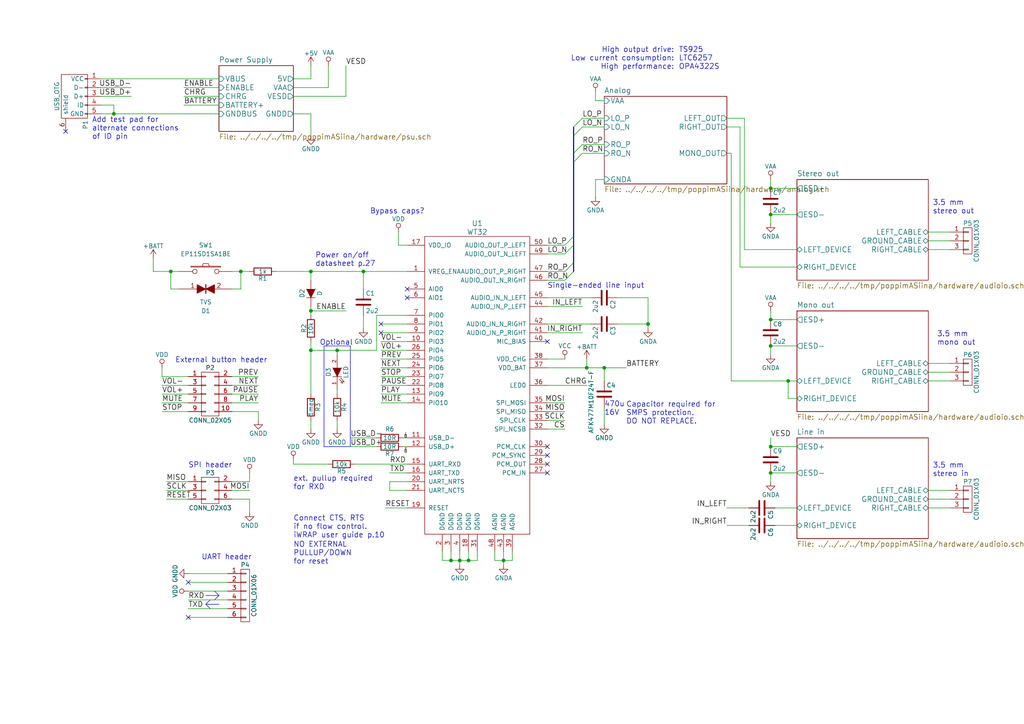
<source format=kicad_sch>
(kicad_sch (version 20230121) (generator eeschema)
  (paper "A4")
  (title_block (title "poppimASiina block diagram") (date "2016-05-21") (rev "aa390d9") (company "Aivan Sama / Säätökerho") (comment 1 "http://tinyurl.com/saatomieliset") (comment 4 "ojousima / otso@ojousima.net"))
  (lib_symbols
    (symbol "musamasiina-rescue:+5V" (power) (pin_names (offset 0))
      (property "Value" "+5V" (at 0 3.556 0))
      (symbol "+5V_0_1"
        (polyline (pts (xy -0.762 1.27) (xy 0 2.54)))
        (polyline (pts (xy 0 0) (xy 0 2.54)))
        (polyline (pts (xy 0 2.54) (xy 0.762 1.27)))
      )
      (symbol "+5V_1_1"
        (pin power_in line (at 0 0 90) (length 0) hide (name "+5V") (number "1"))
      )
    )
    (symbol "musamasiina-rescue:+BATT" (power) (pin_names (offset 0))
      (property "Value" "+BATT" (at 0 3.556 0))
      (symbol "+BATT_0_1"
        (polyline (pts (xy -0.762 1.27) (xy 0 2.54)))
        (polyline (pts (xy 0 0) (xy 0 2.54)))
        (polyline (pts (xy 0 2.54) (xy 0.762 1.27)))
      )
      (symbol "+BATT_1_1"
        (pin power_in line (at 0 0 90) (length 0) hide (name "+BATT") (number "1"))
      )
    )
    (symbol "musamasiina-rescue:C" (pin_numbers hide) (pin_names (offset 0.254))
      (property "Reference" "C" (at 0.635 2.54 0))
      (property "Value" "C" (at 0.635 -2.54 0))
      (symbol "C_0_1"
        (polyline (pts (xy -2.032 -0.762) (xy 2.032 -0.762)) (stroke (width 0.508)))
        (polyline (pts (xy -2.032 0.762) (xy 2.032 0.762)) (stroke (width 0.508)))
      )
      (symbol "C_1_1"
        (pin passive line (at 0 3.81 270) (length 2.794) (name "~") (number "1"))
        (pin passive line (at 0 -3.81 90) (length 2.794) (name "~") (number "2"))
      )
    )
    (symbol "musamasiina-rescue:CONN_01X03" (pin_names (offset 1.016) hide)
      (property "Reference" "P" (at 0 5.08 0))
      (property "Value" "CONN_01X03" (at 2.54 0 90))
      (symbol "CONN_01X03_0_1"
        (rectangle (start -1.27 -2.413) (end 0.254 -2.667))
        (rectangle (start -1.27 0.127) (end 0.254 -0.127))
        (rectangle (start -1.27 2.667) (end 0.254 2.413))
        (rectangle (start -1.27 3.81) (end 1.27 -3.81))
      )
      (symbol "CONN_01X03_1_1"
        (pin passive line (at -5.08 2.54 0) (length 3.81) (name "P1") (number "1"))
        (pin passive line (at -5.08 0 0) (length 3.81) (name "P2") (number "2"))
        (pin passive line (at -5.08 -2.54 0) (length 3.81) (name "P3") (number "3"))
      )
    )
    (symbol "musamasiina-rescue:CONN_01X06" (pin_names (offset 1.016) hide)
      (property "Reference" "P" (at 0 8.89 0))
      (property "Value" "CONN_01X06" (at 2.54 0 90))
      (symbol "CONN_01X06_0_1"
        (rectangle (start -1.27 -6.223) (end 0.254 -6.477))
        (rectangle (start -1.27 -3.683) (end 0.254 -3.937))
        (rectangle (start -1.27 -1.143) (end 0.254 -1.397))
        (rectangle (start -1.27 1.397) (end 0.254 1.143))
        (rectangle (start -1.27 3.937) (end 0.254 3.683))
        (rectangle (start -1.27 6.477) (end 0.254 6.223))
        (rectangle (start -1.27 7.62) (end 1.27 -7.62))
      )
      (symbol "CONN_01X06_1_1"
        (pin passive line (at -5.08 6.35 0) (length 3.81) (name "P1") (number "1"))
        (pin passive line (at -5.08 3.81 0) (length 3.81) (name "P2") (number "2"))
        (pin passive line (at -5.08 1.27 0) (length 3.81) (name "P3") (number "3"))
        (pin passive line (at -5.08 -1.27 0) (length 3.81) (name "P4") (number "4"))
        (pin passive line (at -5.08 -3.81 0) (length 3.81) (name "P5") (number "5"))
        (pin passive line (at -5.08 -6.35 0) (length 3.81) (name "P6") (number "6"))
      )
    )
    (symbol "musamasiina-rescue:CONN_02X03" (pin_names (offset 0.0254) hide)
      (property "Reference" "P" (at 0 5.08 0))
      (property "Value" "CONN_02X03" (at 0 -5.08 0))
      (symbol "CONN_02X03_0_1"
        (rectangle (start -2.54 -2.413) (end -1.27 -2.667))
        (rectangle (start -2.54 0.127) (end -1.27 -0.127))
        (rectangle (start -2.54 2.667) (end -1.27 2.413))
        (rectangle (start -2.54 3.81) (end 2.54 -3.81))
        (rectangle (start 1.27 -2.413) (end 2.54 -2.667))
        (rectangle (start 1.27 0.127) (end 2.54 -0.127))
        (rectangle (start 1.27 2.667) (end 2.54 2.413))
      )
      (symbol "CONN_02X03_1_1"
        (pin passive line (at -6.35 2.54 0) (length 3.81) (name "P1") (number "1"))
        (pin passive line (at 6.35 2.54 180) (length 3.81) (name "P2") (number "2"))
        (pin passive line (at -6.35 0 0) (length 3.81) (name "P3") (number "3"))
        (pin passive line (at 6.35 0 180) (length 3.81) (name "P4") (number "4"))
        (pin passive line (at -6.35 -2.54 0) (length 3.81) (name "P5") (number "5"))
        (pin passive line (at 6.35 -2.54 180) (length 3.81) (name "P6") (number "6"))
      )
    )
    (symbol "musamasiina-rescue:CONN_02X05" (pin_names (offset 0.0254) hide)
      (property "Reference" "P" (at 0 7.62 0))
      (property "Value" "CONN_02X05" (at 0 -7.62 0))
      (symbol "CONN_02X05_0_1"
        (rectangle (start -2.54 -4.953) (end -1.27 -5.207))
        (rectangle (start -2.54 -2.413) (end -1.27 -2.667))
        (rectangle (start -2.54 0.127) (end -1.27 -0.127))
        (rectangle (start -2.54 2.667) (end -1.27 2.413))
        (rectangle (start -2.54 5.207) (end -1.27 4.953))
        (rectangle (start -2.54 6.35) (end 2.54 -6.35))
        (rectangle (start 1.27 -4.953) (end 2.54 -5.207))
        (rectangle (start 1.27 -2.413) (end 2.54 -2.667))
        (rectangle (start 1.27 0.127) (end 2.54 -0.127))
        (rectangle (start 1.27 2.667) (end 2.54 2.413))
        (rectangle (start 1.27 5.207) (end 2.54 4.953))
      )
      (symbol "CONN_02X05_1_1"
        (pin passive line (at -6.35 5.08 0) (length 3.81) (name "P1") (number "1"))
        (pin passive line (at 6.35 -5.08 180) (length 3.81) (name "P10") (number "10"))
        (pin passive line (at 6.35 5.08 180) (length 3.81) (name "P2") (number "2"))
        (pin passive line (at -6.35 2.54 0) (length 3.81) (name "P3") (number "3"))
        (pin passive line (at 6.35 2.54 180) (length 3.81) (name "P4") (number "4"))
        (pin passive line (at -6.35 0 0) (length 3.81) (name "P5") (number "5"))
        (pin passive line (at 6.35 0 180) (length 3.81) (name "P6") (number "6"))
        (pin passive line (at -6.35 -2.54 0) (length 3.81) (name "P7") (number "7"))
        (pin passive line (at 6.35 -2.54 180) (length 3.81) (name "P8") (number "8"))
        (pin passive line (at -6.35 -5.08 0) (length 3.81) (name "P9") (number "9"))
      )
    )
    (symbol "musamasiina-rescue:D" (pin_numbers hide) (pin_names (offset 1.016) hide)
      (property "Reference" "D" (at 0 2.54 0))
      (property "Value" "D" (at 0 -2.54 0))
      (symbol "D_0_1"
        (polyline (pts (xy -1.27 1.27) (xy -1.27 -1.27)) (stroke (width 0.1524)))
        (polyline (pts (xy 1.27 1.27) (xy -1.27 0) (xy 1.27 -1.27)) (fill (type outline)))
      )
      (symbol "D_1_1"
        (pin passive line (at -3.81 0 0) (length 2.54) (name "K") (number "1"))
        (pin passive line (at 3.81 0 180) (length 2.54) (name "A") (number "2"))
      )
    )
    (symbol "musamasiina-rescue:GNDA" (power) (pin_names (offset 0))
      (property "Value" "GNDA" (at 0 -3.81 0))
      (symbol "GNDA_0_1"
        (polyline (pts (xy 0 0) (xy 0 -1.27) (xy 1.27 -1.27) (xy 0 -2.54) (xy -1.27 -1.27) (xy 0 -1.27)))
      )
      (symbol "GNDA_1_1"
        (pin power_in line (at 0 0 270) (length 0) hide (name "GNDA") (number "1"))
      )
    )
    (symbol "musamasiina-rescue:GNDD" (power) (pin_names (offset 0))
      (property "Value" "GNDD" (at 0 -3.81 0))
      (symbol "GNDD_0_1"
        (polyline (pts (xy 0 0) (xy 0 -1.27) (xy 1.27 -1.27) (xy 0 -2.54) (xy -1.27 -1.27) (xy 0 -1.27)))
      )
      (symbol "GNDD_1_1"
        (pin power_in line (at 0 0 270) (length 0) hide (name "GNDD") (number "1"))
      )
    )
    (symbol "musamasiina-rescue:LED" (pin_names (offset 1.016) hide)
      (property "Reference" "D" (at 0 2.54 0))
      (property "Value" "LED" (at 0 -2.54 0))
      (symbol "LED_0_1"
        (polyline (pts (xy -1.27 1.27) (xy -1.27 -1.27)))
        (polyline (pts (xy -2.032 -0.635) (xy -3.175 -1.651) (xy -3.048 -1.016)))
        (polyline (pts (xy -1.651 -1.016) (xy -2.794 -2.032) (xy -2.667 -1.397)))
        (polyline (pts (xy 1.27 1.27) (xy -1.27 0) (xy 1.27 -1.27)) (fill (type outline)))
      )
      (symbol "LED_1_1"
        (pin passive line (at -5.08 0 0) (length 3.81) (name "K") (number "1"))
        (pin passive line (at 5.08 0 180) (length 3.81) (name "A") (number "2"))
      )
    )
    (symbol "musamasiina-rescue:R" (pin_numbers hide) (pin_names (offset 0))
      (property "Reference" "R" (at 2.032 0 90))
      (property "Value" "R" (at 0 0 90))
      (symbol "R_0_1"
        (rectangle (start -1.016 -2.54) (end 1.016 2.54) (stroke (width 0.254)))
      )
      (symbol "R_1_1"
        (pin passive line (at 0 3.81 270) (length 1.27) (name "~") (number "1"))
        (pin passive line (at 0 -3.81 90) (length 1.27) (name "~") (number "2"))
      )
    )
    (symbol "musamasiina-rescue:SW_PUSH" (pin_numbers hide) (pin_names (offset 1.016) hide)
      (property "Reference" "SW" (at 3.81 2.794 0))
      (property "Value" "SW_PUSH" (at 0 -2.032 0))
      (symbol "SW_PUSH_0_1"
        (rectangle (start -4.318 1.27) (end 4.318 1.524))
        (polyline (pts (xy -1.016 1.524) (xy -0.762 2.286) (xy 0.762 2.286) (xy 1.016 1.524)))
        (pin passive inverted (at -7.62 0 0) (length 5.08) (name "1") (number "1"))
        (pin passive inverted (at 7.62 0 180) (length 5.08) (name "2") (number "2"))
      )
    )
    (symbol "musamasiina-rescue:TVS" (pin_names (offset 1.016))
      (property "Reference" "D" (at 0 3.81 0))
      (property "Value" "TVS" (at 0 -3.81 0))
      (symbol "TVS_0_1"
        (polyline (pts (xy 0 1.27) (xy 0 -1.27)) (stroke (width 0.3048)))
        (polyline (pts (xy -2.54 1.27) (xy -2.54 -1.27) (xy 0 0) (xy -2.54 1.27)) (fill (type outline)))
        (polyline (pts (xy 0 0) (xy 2.54 1.27) (xy 2.54 -1.27) (xy 0 0)) (fill (type outline)))
      )
      (symbol "TVS_1_1"
        (pin passive line (at -7.62 0 0) (length 7.62) (name "~") (number "1"))
        (pin passive line (at 7.62 0 180) (length 7.62) (name "~") (number "2"))
      )
    )
    (symbol "musamasiina-rescue:USB_OTG" (pin_names (offset 1.016))
      (property "Reference" "P" (at 8.255 -3.175 0))
      (property "Value" "USB_OTG" (at 0 5.08 0))
      (symbol "USB_OTG_0_1"
        (rectangle (start -6.35 -3.81) (end 6.35 3.81))
        (rectangle (start -5.207 -3.81) (end -4.953 -3.048))
        (rectangle (start -2.667 -3.81) (end -2.413 -3.048))
        (rectangle (start -0.127 -3.81) (end 0.127 -3.048))
        (rectangle (start 2.413 -3.81) (end 2.667 -3.048))
        (rectangle (start 4.953 -3.81) (end 5.207 -3.048))
      )
      (symbol "USB_OTG_1_1"
        (pin power_out line (at -5.08 -7.62 90) (length 3.81) (name "VCC") (number "1"))
        (pin passive line (at -2.54 -7.62 90) (length 3.81) (name "D-") (number "2"))
        (pin passive line (at 0 -7.62 90) (length 3.81) (name "D+") (number "3"))
        (pin power_in line (at 2.54 -7.62 90) (length 3.81) (name "ID") (number "4"))
        (pin power_in line (at 5.08 -7.62 90) (length 3.81) (name "GND") (number "5"))
        (pin passive line (at 10.16 2.54 180) (length 3.81) (name "shield") (number "6"))
      )
    )
    (symbol "musamasiina-rescue:VAA" (power) (pin_names (offset 0))
      (property "Value" "VAA" (at 0 3.81 0))
      (symbol "VAA_0_1"
        (polyline (pts (xy 0 0) (xy 0 1.27)))
        (circle (center 0 1.905) (radius 0.635))
      )
      (symbol "VAA_1_1"
        (pin power_in line (at 0 0 90) (length 0) hide (name "VAA") (number "1"))
      )
    )
    (symbol "musamasiina-rescue:VCC" (power) (pin_names (offset 0))
      (property "Value" "VCC" (at 0 3.81 0))
      (symbol "VCC_0_1"
        (polyline (pts (xy 0 0) (xy 0 1.27)))
        (circle (center 0 1.905) (radius 0.635))
      )
      (symbol "VCC_1_1"
        (pin power_in line (at 0 0 90) (length 0) hide (name "VCC") (number "1"))
      )
    )
    (symbol "musamasiina-rescue:VDD" (power) (pin_names (offset 0))
      (property "Value" "VDD" (at 0 3.81 0))
      (symbol "VDD_0_1"
        (polyline (pts (xy 0 0) (xy 0 1.27)))
        (circle (center 0 1.905) (radius 0.635))
      )
      (symbol "VDD_1_1"
        (pin power_in line (at 0 0 90) (length 0) hide (name "VDD") (number "1"))
      )
    )
    (symbol "wt32:WT32" (pin_names (offset 1.016))
      (property "Reference" "U" (at 0 46.99 0))
      (property "Value" "WT32" (at 0 44.45 0))
      (symbol "WT32_0_1"
        (rectangle (start -15.24 43.18) (end 15.24 -43.18))
      )
      (symbol "WT32_1_1"
        (pin input line (at -20.32 33.02 0) (length 5.08) (name "VREG_ENA") (number "1"))
        (pin bidirectional line (at -20.32 12.7 0) (length 5.08) (name "PIO3") (number "10"))
        (pin input line (at -20.32 -15.24 0) (length 5.08) (name "USB_D-") (number "11"))
        (pin input line (at -20.32 -17.78 0) (length 5.08) (name "USB_D+") (number "12"))
        (pin bidirectional line (at -20.32 -2.54 0) (length 5.08) (name "PIO9") (number "13"))
        (pin bidirectional line (at -20.32 -5.08 0) (length 5.08) (name "PIO10") (number "14"))
        (pin input line (at -20.32 -22.86 0) (length 5.08) (name "UART_RXD") (number "15"))
        (pin output line (at -20.32 -25.4 0) (length 5.08) (name "UART_TXD") (number "16"))
        (pin power_in line (at -20.32 40.64 0) (length 5.08) (name "VDD_IO") (number "17"))
        (pin power_in line (at -2.54 -48.26 90) (length 5.08) (name "DGND") (number "18"))
        (pin input line (at -20.32 -35.56 0) (length 5.08) (name "RESET") (number "19"))
        (pin power_in line (at -10.16 -48.26 90) (length 5.08) (name "DGND") (number "2"))
        (pin output line (at -20.32 -27.94 0) (length 5.08) (name "UART_NRTS") (number "20"))
        (pin input line (at -20.32 -30.48 0) (length 5.08) (name "UART_NCTS") (number "21"))
        (pin bidirectional line (at -20.32 0 0) (length 5.08) (name "PIO8") (number "22"))
        (pin bidirectional line (at -20.32 2.54 0) (length 5.08) (name "PIO7") (number "23"))
        (pin bidirectional line (at -20.32 5.08 0) (length 5.08) (name "PIO6") (number "24"))
        (pin bidirectional line (at -20.32 7.62 0) (length 5.08) (name "PIO5") (number "25"))
        (pin bidirectional line (at -20.32 10.16 0) (length 5.08) (name "PIO4") (number "26"))
        (pin input line (at 20.32 -25.4 180) (length 5.08) (name "PCM_IN") (number "27"))
        (pin output line (at 20.32 -22.86 180) (length 5.08) (name "PCM_OUT") (number "28"))
        (pin output line (at 20.32 -20.32 180) (length 5.08) (name "PCM_SYNC") (number "29"))
        (pin power_in line (at -7.62 -48.26 90) (length 5.08) (name "DGND") (number "3"))
        (pin output line (at 20.32 -17.78 180) (length 5.08) (name "PCM_CLK") (number "30"))
        (pin power_out line (at 0 -48.26 90) (length 5.08) (name "DGND") (number "31"))
        (pin input line (at 20.32 -12.7 180) (length 5.08) (name "SPI_NCSB") (number "32"))
        (pin input line (at 20.32 -10.16 180) (length 5.08) (name "SPI_CLK") (number "33"))
        (pin output line (at 20.32 -7.62 180) (length 5.08) (name "SPI_MISO") (number "34"))
        (pin input line (at 20.32 -5.08 180) (length 5.08) (name "SPI_MOSI") (number "35"))
        (pin open_collector line (at 20.32 0 180) (length 5.08) (name "LED0") (number "36"))
        (pin power_in line (at 20.32 5.08 180) (length 5.08) (name "VDD_BAT") (number "37"))
        (pin power_out line (at 20.32 7.62 180) (length 5.08) (name "VDD_CHG") (number "38"))
        (pin power_in line (at 10.16 -48.26 90) (length 5.08) (name "AGND") (number "39"))
        (pin power_in line (at -5.08 -48.26 90) (length 5.08) (name "DGND") (number "4"))
        (pin output line (at 20.32 12.7 180) (length 5.08) (name "MIC_BIAS") (number "40"))
        (pin input line (at 20.32 15.24 180) (length 5.08) (name "AUDIO_IN_P_RIGHT") (number "41"))
        (pin input line (at 20.32 17.78 180) (length 5.08) (name "AUDIO_IN_N_RIGHT") (number "42"))
        (pin power_in line (at 7.62 -48.26 90) (length 5.08) (name "AGND") (number "43"))
        (pin input line (at 20.32 22.86 180) (length 5.08) (name "AUDIO_IN_P_LEFT") (number "44"))
        (pin input line (at 20.32 25.4 180) (length 5.08) (name "AUDIO_IN_N_LEFT") (number "45"))
        (pin output line (at 20.32 30.48 180) (length 5.08) (name "AUDIO_OUT_N_RIGHT") (number "46"))
        (pin output line (at 20.32 33.02 180) (length 5.08) (name "AUDIO_OUT_P_RIGHT") (number "47"))
        (pin power_in line (at 5.08 -48.26 90) (length 5.08) (name "AGND") (number "48"))
        (pin output line (at 20.32 38.1 180) (length 5.08) (name "AUDIO_OUT_N_LEFT") (number "49"))
        (pin bidirectional line (at -20.32 27.94 0) (length 5.08) (name "AIO0") (number "5"))
        (pin output line (at 20.32 40.64 180) (length 5.08) (name "AUDIO_OUT_P_LEFT") (number "50"))
        (pin bidirectional line (at -20.32 25.4 0) (length 5.08) (name "AIO1") (number "6"))
        (pin bidirectional line (at -20.32 20.32 0) (length 5.08) (name "PIO0") (number "7"))
        (pin bidirectional line (at -20.32 17.78 0) (length 5.08) (name "PIO1") (number "8"))
        (pin bidirectional line (at -20.32 15.24 0) (length 5.08) (name "PIO2") (number "9"))
      )
    )
  )
  (junction (at 130.81 162.56))
  (junction (at 90.17 90.17))
  (junction (at 146.05 162.56))
  (junction (at 135.89 162.56))
  (junction (at 223.52 137.16))
  (junction (at 228.6 110.49))
  (junction (at 187.96 93.98))
  (junction (at 223.52 54.61))
  (junction (at 223.52 62.23))
  (junction (at 133.35 162.56))
  (junction (at 223.52 92.71))
  (junction (at 105.41 78.74))
  (junction (at 175.26 106.68))
  (junction (at 170.18 106.68))
  (junction (at 90.17 78.74))
  (junction (at 97.79 101.6))
  (junction (at 49.53 78.74))
  (junction (at 69.85 78.74))
  (junction (at 223.52 129.54))
  (junction (at 90.17 101.6))
  (junction (at 223.52 100.33))
  (junction (at 33.02 33.02))
  (no_connect (at 158.75 129.54))
  (no_connect (at 54.61 168.91))
  (no_connect (at 110.49 93.98))
  (no_connect (at 19.05 38.1))
  (no_connect (at 158.75 134.62))
  (no_connect (at 54.61 179.07))
  (no_connect (at 158.75 132.08))
  (no_connect (at 118.11 86.36))
  (no_connect (at 118.11 83.82))
  (no_connect (at 158.75 137.16))
  (no_connect (at 110.49 96.52))
  (no_connect (at 158.75 99.06))
  (bus_entry (at 163.83 71.12) (size 2.54 -2.54))
  (bus_entry (at 166.37 36.83) (size 2.54 -2.54))
  (bus_entry (at 166.37 39.37) (size 2.54 -2.54))
  (bus_entry (at 163.83 78.74) (size 2.54 -2.54))
  (bus_entry (at 163.83 81.28) (size 2.54 -2.54))
  (bus_entry (at 166.37 44.45) (size 2.54 -2.54))
  (bus_entry (at 166.37 46.99) (size 2.54 -2.54))
  (bus_entry (at 163.83 73.66) (size 2.54 -2.54))
  (wire (pts (xy 158.75 111.76) (xy 170.18 111.76)))
  (wire (pts (xy 110.49 116.84) (xy 118.11 116.84)))
  (wire (pts (xy 275.59 147.32) (xy 269.24 147.32)))
  (polyline (pts (xy 93.98 100.33) (xy 101.6 100.33)))
  (wire (pts (xy 97.79 113.03) (xy 97.79 114.3)))
  (wire (pts (xy 90.17 22.86) (xy 90.17 19.05)))
  (polyline (pts (xy 93.98 129.54) (xy 93.98 100.33)))
  (wire (pts (xy 46.99 114.3) (xy 54.61 114.3)))
  (wire (pts (xy 143.51 160.02) (xy 143.51 162.56)))
  (wire (pts (xy 175.26 123.19) (xy 175.26 118.11)))
  (wire (pts (xy 172.72 52.07) (xy 172.72 57.15)))
  (wire (pts (xy 110.49 106.68) (xy 118.11 106.68)))
  (wire (pts (xy 118.11 99.06) (xy 110.49 99.06)))
  (wire (pts (xy 66.04 166.37) (xy 54.61 166.37)))
  (polyline (pts (xy 59.69 175.26) (xy 60.96 173.99)))
  (bus (pts (xy 166.37 71.12) (xy 166.37 76.2)))
  (wire (pts (xy 175.26 52.07) (xy 172.72 52.07)))
  (bus (pts (xy 166.37 36.83) (xy 166.37 39.37)))
  (wire (pts (xy 66.04 171.45) (xy 54.61 171.45)))
  (wire (pts (xy 158.75 116.84) (xy 163.83 116.84)))
  (wire (pts (xy 72.39 139.7) (xy 72.39 137.16)))
  (wire (pts (xy 90.17 78.74) (xy 105.41 78.74)))
  (wire (pts (xy 135.89 162.56) (xy 138.43 162.56)))
  (wire (pts (xy 168.91 41.91) (xy 175.26 41.91)))
  (wire (pts (xy 49.53 83.82) (xy 49.53 78.74)))
  (wire (pts (xy 175.26 44.45) (xy 168.91 44.45)))
  (wire (pts (xy 85.09 134.62) (xy 85.09 133.35)))
  (wire (pts (xy 158.75 106.68) (xy 170.18 106.68)))
  (wire (pts (xy 130.81 162.56) (xy 130.81 160.02)))
  (wire (pts (xy 215.9 72.39) (xy 215.9 34.29)))
  (wire (pts (xy 163.83 124.46) (xy 158.75 124.46)))
  (wire (pts (xy 163.83 71.12) (xy 158.75 71.12)))
  (wire (pts (xy 110.49 111.76) (xy 118.11 111.76)))
  (wire (pts (xy 101.6 127) (xy 109.22 127)))
  (polyline (pts (xy 63.5 175.26) (xy 59.69 175.26)))
  (wire (pts (xy 105.41 78.74) (xy 105.41 83.82)))
  (wire (pts (xy 228.6 110.49) (xy 231.14 110.49)))
  (wire (pts (xy 105.41 78.74) (xy 118.11 78.74)))
  (wire (pts (xy 66.04 168.91) (xy 54.61 168.91)))
  (bus (pts (xy 166.37 44.45) (xy 166.37 46.99)))
  (wire (pts (xy 46.99 116.84) (xy 54.61 116.84)))
  (polyline (pts (xy 63.5 172.72) (xy 62.23 171.45)))
  (wire (pts (xy 217.17 152.4) (xy 210.82 152.4)))
  (wire (pts (xy 179.07 93.98) (xy 187.96 93.98)))
  (wire (pts (xy 109.22 91.44) (xy 118.11 91.44)))
  (wire (pts (xy 231.14 72.39) (xy 215.9 72.39)))
  (wire (pts (xy 49.53 78.74) (xy 52.07 78.74)))
  (polyline (pts (xy 63.5 172.72) (xy 62.23 173.99)))
  (wire (pts (xy 146.05 162.56) (xy 146.05 163.83)))
  (wire (pts (xy 269.24 107.95) (xy 275.59 107.95)))
  (wire (pts (xy 69.85 78.74) (xy 72.39 78.74)))
  (wire (pts (xy 90.17 88.9) (xy 90.17 90.17)))
  (wire (pts (xy 187.96 93.98) (xy 187.96 95.25)))
  (polyline (pts (xy 59.69 172.72) (xy 63.5 172.72)))
  (wire (pts (xy 90.17 121.92) (xy 90.17 124.46)))
  (wire (pts (xy 143.51 162.56) (xy 146.05 162.56)))
  (wire (pts (xy 90.17 90.17) (xy 100.33 90.17)))
  (wire (pts (xy 223.52 100.33) (xy 231.14 100.33)))
  (wire (pts (xy 67.31 116.84) (xy 74.93 116.84)))
  (wire (pts (xy 163.83 73.66) (xy 158.75 73.66)))
  (wire (pts (xy 133.35 160.02) (xy 133.35 162.56)))
  (wire (pts (xy 118.11 104.14) (xy 110.49 104.14)))
  (wire (pts (xy 101.6 129.54) (xy 109.22 129.54)))
  (polyline (pts (xy 93.98 129.54) (xy 101.6 129.54)))
  (wire (pts (xy 158.75 96.52) (xy 168.91 96.52)))
  (wire (pts (xy 63.5 27.94) (xy 53.34 27.94)))
  (wire (pts (xy 111.76 147.32) (xy 118.11 147.32)))
  (wire (pts (xy 85.09 25.4) (xy 95.25 25.4)))
  (wire (pts (xy 54.61 109.22) (xy 46.99 109.22)))
  (wire (pts (xy 158.75 88.9) (xy 168.91 88.9)))
  (wire (pts (xy 231.14 152.4) (xy 224.79 152.4)))
  (wire (pts (xy 214.63 36.83) (xy 214.63 77.47)))
  (wire (pts (xy 67.31 111.76) (xy 74.93 111.76)))
  (wire (pts (xy 228.6 115.57) (xy 228.6 110.49)))
  (wire (pts (xy 44.45 74.93) (xy 44.45 78.74)))
  (wire (pts (xy 175.26 110.49) (xy 175.26 106.68)))
  (wire (pts (xy 146.05 160.02) (xy 146.05 162.56)))
  (wire (pts (xy 130.81 162.56) (xy 133.35 162.56)))
  (wire (pts (xy 128.27 162.56) (xy 130.81 162.56)))
  (wire (pts (xy 170.18 104.14) (xy 170.18 106.68)))
  (wire (pts (xy 66.04 176.53) (xy 54.61 176.53)))
  (wire (pts (xy 118.11 93.98) (xy 110.49 93.98)))
  (wire (pts (xy 231.14 115.57) (xy 228.6 115.57)))
  (wire (pts (xy 67.31 119.38) (xy 74.93 119.38)))
  (wire (pts (xy 163.83 119.38) (xy 158.75 119.38)))
  (wire (pts (xy 187.96 86.36) (xy 187.96 93.98)))
  (wire (pts (xy 85.09 22.86) (xy 90.17 22.86)))
  (wire (pts (xy 109.22 101.6) (xy 109.22 91.44)))
  (polyline (pts (xy 101.6 100.33) (xy 101.6 129.54)))
  (wire (pts (xy 29.21 25.4) (xy 38.1 25.4)))
  (wire (pts (xy 187.96 86.36) (xy 179.07 86.36)))
  (wire (pts (xy 275.59 67.31) (xy 269.24 67.31)))
  (wire (pts (xy 175.26 29.21) (xy 172.72 29.21)))
  (wire (pts (xy 210.82 44.45) (xy 212.09 44.45)))
  (wire (pts (xy 90.17 90.17) (xy 90.17 91.44)))
  (wire (pts (xy 80.01 78.74) (xy 90.17 78.74)))
  (wire (pts (xy 95.25 134.62) (xy 85.09 134.62)))
  (wire (pts (xy 33.02 30.48) (xy 33.02 33.02)))
  (wire (pts (xy 138.43 162.56) (xy 138.43 160.02)))
  (wire (pts (xy 54.61 142.24) (xy 48.26 142.24)))
  (wire (pts (xy 113.03 142.24) (xy 118.11 142.24)))
  (wire (pts (xy 172.72 29.21) (xy 172.72 26.67)))
  (wire (pts (xy 217.17 147.32) (xy 210.82 147.32)))
  (wire (pts (xy 269.24 144.78) (xy 275.59 144.78)))
  (wire (pts (xy 212.09 44.45) (xy 212.09 110.49)))
  (wire (pts (xy 275.59 110.49) (xy 269.24 110.49)))
  (wire (pts (xy 29.21 27.94) (xy 38.1 27.94)))
  (wire (pts (xy 46.99 109.22) (xy 46.99 106.68)))
  (wire (pts (xy 223.52 64.77) (xy 223.52 62.23)))
  (wire (pts (xy 63.5 25.4) (xy 53.34 25.4)))
  (wire (pts (xy 74.93 119.38) (xy 74.93 121.92)))
  (wire (pts (xy 90.17 33.02) (xy 90.17 39.37)))
  (wire (pts (xy 135.89 160.02) (xy 135.89 162.56)))
  (wire (pts (xy 46.99 119.38) (xy 54.61 119.38)))
  (wire (pts (xy 90.17 78.74) (xy 90.17 81.28)))
  (bus (pts (xy 166.37 68.58) (xy 166.37 71.12)))
  (wire (pts (xy 128.27 162.56) (xy 128.27 160.02)))
  (wire (pts (xy 223.52 127) (xy 223.52 129.54)))
  (wire (pts (xy 175.26 36.83) (xy 168.91 36.83)))
  (wire (pts (xy 212.09 110.49) (xy 228.6 110.49)))
  (wire (pts (xy 223.52 129.54) (xy 231.14 129.54)))
  (wire (pts (xy 29.21 33.02) (xy 33.02 33.02)))
  (wire (pts (xy 110.49 101.6) (xy 118.11 101.6)))
  (bus (pts (xy 166.37 46.99) (xy 166.37 68.58)))
  (wire (pts (xy 133.35 162.56) (xy 135.89 162.56)))
  (wire (pts (xy 223.52 52.07) (xy 223.52 54.61)))
  (wire (pts (xy 158.75 104.14) (xy 163.83 104.14)))
  (wire (pts (xy 210.82 34.29) (xy 215.9 34.29)))
  (bus (pts (xy 166.37 39.37) (xy 166.37 44.45)))
  (wire (pts (xy 67.31 114.3) (xy 74.93 114.3)))
  (wire (pts (xy 210.82 36.83) (xy 214.63 36.83)))
  (wire (pts (xy 223.52 92.71) (xy 231.14 92.71)))
  (wire (pts (xy 29.21 22.86) (xy 63.5 22.86)))
  (wire (pts (xy 110.49 96.52) (xy 118.11 96.52)))
  (wire (pts (xy 67.31 142.24) (xy 72.39 142.24)))
  (wire (pts (xy 54.61 139.7) (xy 48.26 139.7)))
  (wire (pts (xy 29.21 30.48) (xy 33.02 30.48)))
  (wire (pts (xy 67.31 78.74) (xy 69.85 78.74)))
  (wire (pts (xy 113.03 139.7) (xy 113.03 142.24)))
  (wire (pts (xy 90.17 101.6) (xy 90.17 114.3)))
  (wire (pts (xy 67.31 83.82) (xy 69.85 83.82)))
  (wire (pts (xy 105.41 91.44) (xy 105.41 95.25)))
  (wire (pts (xy 66.04 179.07) (xy 54.61 179.07)))
  (bus (pts (xy 166.37 76.2) (xy 166.37 78.74)))
  (wire (pts (xy 231.14 147.32) (xy 224.79 147.32)))
  (wire (pts (xy 223.52 90.17) (xy 223.52 92.71)))
  (wire (pts (xy 223.52 54.61) (xy 231.14 54.61)))
  (wire (pts (xy 67.31 109.22) (xy 74.93 109.22)))
  (wire (pts (xy 223.52 62.23) (xy 231.14 62.23)))
  (wire (pts (xy 175.26 106.68) (xy 181.61 106.68)))
  (wire (pts (xy 118.11 129.54) (xy 116.84 129.54)))
  (wire (pts (xy 275.59 72.39) (xy 269.24 72.39)))
  (wire (pts (xy 118.11 127) (xy 116.84 127)))
  (wire (pts (xy 146.05 162.56) (xy 148.59 162.56)))
  (wire (pts (xy 223.52 102.87) (xy 223.52 100.33)))
  (wire (pts (xy 175.26 34.29) (xy 168.91 34.29)))
  (wire (pts (xy 275.59 142.24) (xy 269.24 142.24)))
  (wire (pts (xy 46.99 111.76) (xy 54.61 111.76)))
  (wire (pts (xy 115.57 71.12) (xy 118.11 71.12)))
  (wire (pts (xy 223.52 137.16) (xy 231.14 137.16)))
  (wire (pts (xy 90.17 99.06) (xy 90.17 101.6)))
  (wire (pts (xy 67.31 144.78) (xy 72.39 144.78)))
  (wire (pts (xy 66.04 173.99) (xy 54.61 173.99)))
  (wire (pts (xy 44.45 78.74) (xy 49.53 78.74)))
  (wire (pts (xy 102.87 134.62) (xy 118.11 134.62)))
  (wire (pts (xy 223.52 139.7) (xy 223.52 137.16)))
  (wire (pts (xy 170.18 106.68) (xy 175.26 106.68)))
  (wire (pts (xy 158.75 78.74) (xy 163.83 78.74)))
  (wire (pts (xy 133.35 162.56) (xy 133.35 163.83)))
  (wire (pts (xy 52.07 83.82) (xy 49.53 83.82)))
  (wire (pts (xy 115.57 67.31) (xy 115.57 71.12)))
  (wire (pts (xy 171.45 93.98) (xy 158.75 93.98)))
  (wire (pts (xy 72.39 144.78) (xy 72.39 148.59)))
  (wire (pts (xy 158.75 121.92) (xy 163.83 121.92)))
  (wire (pts (xy 118.11 114.3) (xy 110.49 114.3)))
  (wire (pts (xy 54.61 144.78) (xy 48.26 144.78)))
  (wire (pts (xy 269.24 69.85) (xy 275.59 69.85)))
  (wire (pts (xy 118.11 139.7) (xy 113.03 139.7)))
  (wire (pts (xy 85.09 33.02) (xy 90.17 33.02)))
  (wire (pts (xy 118.11 109.22) (xy 110.49 109.22)))
  (wire (pts (xy 67.31 139.7) (xy 72.39 139.7)))
  (wire (pts (xy 97.79 121.92) (xy 97.79 124.46)))
  (wire (pts (xy 97.79 101.6) (xy 109.22 101.6)))
  (wire (pts (xy 85.09 27.94) (xy 100.33 27.94)))
  (wire (pts (xy 63.5 30.48) (xy 53.34 30.48)))
  (wire (pts (xy 275.59 105.41) (xy 269.24 105.41)))
  (polyline (pts (xy 59.69 175.26) (xy 60.96 176.53)))
  (wire (pts (xy 69.85 83.82) (xy 69.85 78.74)))
  (wire (pts (xy 90.17 101.6) (xy 97.79 101.6)))
  (wire (pts (xy 158.75 86.36) (xy 171.45 86.36)))
  (wire (pts (xy 100.33 27.94) (xy 100.33 19.05)))
  (wire (pts (xy 33.02 33.02) (xy 63.5 33.02)))
  (wire (pts (xy 97.79 101.6) (xy 97.79 102.87)))
  (wire (pts (xy 163.83 81.28) (xy 158.75 81.28)))
  (wire (pts (xy 148.59 162.56) (xy 148.59 160.02)))
  (wire (pts (xy 95.25 25.4) (xy 95.25 19.05)))
  (wire (pts (xy 118.11 137.16) (xy 113.03 137.16)))
  (wire (pts (xy 214.63 77.47) (xy 231.14 77.47)))
  (text "3.5 mm\nmono out" (at 271.78 100.33 0) (effects (font (size 1.524 1.524)) (justify left bottom)))
  (text "3.5 mm\nstereo in" (at 270.51 138.43 0) (effects (font (size 1.524 1.524)) (justify left bottom)))
  (text "Connect CTS, RTS\nif no flow control.\niWRAP user guide p.10" (at 85.09 156.21 0) (effects (font (size 1.524 1.524)) (justify left bottom)))
  (text "Capacitor required for \nSMPS protection.\nDO NOT REPLACE." (at 181.61 123.19 0) (effects (font (size 1.524 1.524)) (justify left bottom)))
  (text "Optional" (at 92.71 100.33 0) (effects (font (size 1.524 1.524)) (justify left bottom)))
  (text "SPI header" (at 54.61 135.89 0) (effects (font (size 1.524 1.524)) (justify left bottom)))
  (text "External button header" (at 50.8 105.41 0) (effects (font (size 1.524 1.524)) (justify left bottom)))
  (text "Single-ended line input" (at 158.75 83.82 0) (effects (font (size 1.524 1.524)) (justify left bottom)))
  (text "Bypass caps?" (at 123.19 62.23 0) (effects (font (size 1.524 1.524)) (justify right bottom)))
  (text "3.5 mm\nstereo out" (at 270.51 62.23 0) (effects (font (size 1.524 1.524)) (justify left bottom)))
  (text "Power on/off\ndatasheet p.27" (at 91.44 77.47 0) (effects (font (size 1.524 1.524)) (justify left bottom)))
  (text "ext. pullup required \nfor RXD" (at 85.09 142.24 0) (effects (font (size 1.524 1.524)) (justify left bottom)))
  (text "TS925\nLTC6257\nOPA4322S\n" (at 196.85 20.32 0) (effects (font (size 1.524 1.524)) (justify left bottom)))
  (text "Add test pad for \nalternate connections\nof ID pin" (at 26.67 40.64 0) (effects (font (size 1.524 1.524)) (justify left bottom)))
  (text "High output drive:\nLow current consumption:\nHigh performance:" (at 195.58 20.32 0) (effects (font (size 1.524 1.524)) (justify right bottom)))
  (text "NO EXTERNAL\nPULLUP/DOWN\nfor reset" (at 85.09 163.83 0) (effects (font (size 1.524 1.524)) (justify left bottom)))
  (text "UART header" (at 58.42 162.56 0) (effects (font (size 1.524 1.524)) (justify left bottom)))
  (text "470u\n16V" (at 175.26 120.65 0) (effects (font (size 1.524 1.524)) (justify left bottom)))
  (label "RO_N" (at 158.75 81.28 0) (effects (font (size 1.524 1.524))))
  (label "USB_D-" (at 38.1 25.4 180) (effects (font (size 1.524 1.524))))
  (label "RESET" (at 111.76 147.32 0) (effects (font (size 1.524 1.524))))
  (label "PREV" (at 110.49 104.14 0) (effects (font (size 1.524 1.524))))
  (label "TXD" (at 113.03 137.16 0) (effects (font (size 1.524 1.524))))
  (label "SCLK" (at 163.83 121.92 180) (effects (font (size 1.524 1.524))))
  (label "USB_D+" (at 38.1 27.94 180) (effects (font (size 1.524 1.524))))
  (label "NEXT" (at 74.93 111.76 180) (effects (font (size 1.524 1.524))))
  (label "IN_RIGHT" (at 168.91 96.52 180) (effects (font (size 1.524 1.524))))
  (label "PAUSE" (at 74.93 114.3 180) (effects (font (size 1.524 1.524))))
  (label "VOL-" (at 46.99 111.76 0) (effects (font (size 1.524 1.524))))
  (label "MOSI" (at 163.83 116.84 180) (effects (font (size 1.524 1.524))))
  (label "CHRG" (at 53.34 27.94 0) (effects (font (size 1.524 1.524))))
  (label "USB_D+" (at 101.6 129.54 0) (effects (font (size 1.524 1.524))))
  (label "IN_RIGHT" (at 210.82 152.4 180) (effects (font (size 1.524 1.524))))
  (label "RXD" (at 54.61 173.99 0) (effects (font (size 1.524 1.524))))
  (label "ENABLE" (at 53.34 25.4 0) (effects (font (size 1.524 1.524))))
  (label "PAUSE" (at 110.49 111.76 0) (effects (font (size 1.524 1.524))))
  (label "VOL+" (at 46.99 114.3 0) (effects (font (size 1.524 1.524))))
  (label "PLAY" (at 110.49 114.3 0) (effects (font (size 1.524 1.524))))
  (label "MOSI" (at 72.39 142.24 180) (effects (font (size 1.524 1.524))))
  (label "IN_LEFT" (at 210.82 147.32 180) (effects (font (size 1.524 1.524))))
  (label "VESD" (at 100.33 19.05 0) (effects (font (size 1.524 1.524))))
  (label "IN_LEFT" (at 168.91 88.9 180) (effects (font (size 1.524 1.524))))
  (label "PREV" (at 74.93 109.22 180) (effects (font (size 1.524 1.524))))
  (label "STOP" (at 46.99 119.38 0) (effects (font (size 1.524 1.524))))
  (label "CHRG" (at 170.18 111.76 180) (effects (font (size 1.524 1.524))))
  (label "TXD" (at 54.61 176.53 0) (effects (font (size 1.524 1.524))))
  (label "LO_P" (at 168.91 34.29 0) (effects (font (size 1.524 1.524))))
  (label "VOL-" (at 110.49 99.06 0) (effects (font (size 1.524 1.524))))
  (label "CD+" (at 118.11 129.54 270) (effects (font (size 0.508 0.508))))
  (label "LO_N" (at 168.91 36.83 0) (effects (font (size 1.524 1.524))))
  (label "STOP" (at 110.49 109.22 0) (effects (font (size 1.524 1.524))))
  (label "LO_P" (at 158.75 71.12 0) (effects (font (size 1.524 1.524))))
  (label "ENABLE" (at 100.33 90.17 180) (effects (font (size 1.524 1.524))))
  (label "VOL+" (at 110.49 101.6 0) (effects (font (size 1.524 1.524))))
  (label "SCLK" (at 48.26 142.24 0) (effects (font (size 1.524 1.524))))
  (label "BATTERY" (at 53.34 30.48 0) (effects (font (size 1.524 1.524))))
  (label "VESD" (at 223.52 127 0) (effects (font (size 1.524 1.524))))
  (label "BATTERY" (at 181.61 106.68 0) (effects (font (size 1.524 1.524))))
  (label "RO_P" (at 168.91 41.91 0) (effects (font (size 1.524 1.524))))
  (label "USB_D-" (at 101.6 127 0) (effects (font (size 1.524 1.524))))
  (label "MISO" (at 48.26 139.7 0) (effects (font (size 1.524 1.524))))
  (label "RO_N" (at 168.91 44.45 0) (effects (font (size 1.524 1.524))))
  (label "CD-" (at 118.11 127 90) (effects (font (size 0.508 0.508))))
  (label "NEXT" (at 110.49 106.68 0) (effects (font (size 1.524 1.524))))
  (label "RESET" (at 48.26 144.78 0) (effects (font (size 1.524 1.524))))
  (label "PLAY" (at 74.93 116.84 180) (effects (font (size 1.524 1.524))))
  (label "CS" (at 163.83 124.46 180) (effects (font (size 1.524 1.524))))
  (label "RO_P" (at 158.75 78.74 0) (effects (font (size 1.524 1.524))))
  (label "MUTE" (at 46.99 116.84 0) (effects (font (size 1.524 1.524))))
  (label "RXD" (at 113.03 134.62 0) (effects (font (size 1.524 1.524))))
  (label "MUTE" (at 110.49 116.84 0) (effects (font (size 1.524 1.524))))
  (label "LO_N" (at 158.75 73.66 0) (effects (font (size 1.524 1.524))))
  (label "MISO" (at 163.83 119.38 180) (effects (font (size 1.524 1.524))))
  (symbol (lib_id "wt32:WT32") (at 138.43 111.76 0) (unit 1)
    (property "Reference" "U1" (at 138.43 64.77 0) (effects (font (size 1.524 1.524))))
    (property "Value" "WT32" (at 138.43 67.31 0) (effects (font (size 1.524 1.524))))
    (property "Footprint" "footprints:WT32" (effects hide))
  )
  (symbol (lib_id "musamasiina-rescue:USB_OTG") (at 21.59 27.94 90) (mirror x) (unit 1)
    (property "Reference" "P1" (at 24.765 36.195 0))
    (property "Value" "USB_OTG" (at 16.51 27.94 0))
    (property "Footprint" "Connect:USB_Micro-B_10103594-0001LF" (effects hide))
  )
  (symbol (lib_id "musamasiina-rescue:VCC") (at 163.83 104.14 0) (unit 1)
    (property "Reference" "#PWR18" (effects hide))
    (property "Value" "VCC" (at 163.83 100.33 0))
  )
  (symbol (lib_id "musamasiina-rescue:+BATT") (at 170.18 104.14 0) (unit 1)
    (property "Reference" "#PWR20" (effects hide))
    (property "Value" "+BATT" (at 170.18 100.584 0))
  )
  (symbol (lib_id "musamasiina-rescue:SW_PUSH") (at 59.69 78.74 0) (unit 1)
    (property "Reference" "SW1" (at 59.69 71.12 0))
    (property "Value" "EP11SD1SA1BE" (at 59.69 73.66 0))
  )
  (symbol (lib_id "musamasiina-rescue:D") (at 90.17 85.09 90) (unit 1)
    (property "Reference" "D2" (at 87.63 85.09 0))
    (property "Value" "D" (at 92.71 85.09 0))
    (property "Footprint" "footprints:SOD323-M" (effects hide))
  )
  (symbol (lib_id "musamasiina-rescue:R") (at 90.17 118.11 0) (unit 1)
    (property "Reference" "R3" (at 92.202 118.11 90))
    (property "Value" "1meg" (at 90.17 118.11 90))
    (property "Footprint" "footprints:SMD0805-RES-M" (effects hide))
  )
  (symbol (lib_id "musamasiina-rescue:GNDD") (at 90.17 124.46 0) (unit 1)
    (property "Reference" "#PWR11" (effects hide))
    (property "Value" "GNDD" (at 90.17 128.27 0))
  )
  (symbol (lib_id "musamasiina-rescue:R") (at 90.17 95.25 180) (unit 1)
    (property "Reference" "R2" (at 88.138 95.25 90))
    (property "Value" "10k" (at 90.17 95.25 90))
    (property "Footprint" "footprints:SMD0805-RES-M" (effects hide))
  )
  (symbol (lib_id "musamasiina-rescue:R") (at 97.79 118.11 0) (unit 1)
    (property "Reference" "R4" (at 99.822 118.11 90))
    (property "Value" "10k" (at 97.79 118.11 90))
    (property "Footprint" "footprints:SMD0805-RES-M" (effects hide))
  )
  (symbol (lib_id "musamasiina-rescue:LED") (at 97.79 107.95 90) (unit 1)
    (property "Reference" "D3" (at 95.25 107.95 0))
    (property "Value" "LED" (at 100.33 107.95 0))
    (property "Footprint" "footprints:SMD0805-LED-M" (effects hide))
  )
  (symbol (lib_id "musamasiina-rescue:VDD") (at 115.57 67.31 0) (unit 1)
    (property "Reference" "#PWR15" (effects hide))
    (property "Value" "VDD" (at 115.57 63.5 0))
  )
  (symbol (lib_id "musamasiina-rescue:GNDD") (at 97.79 124.46 0) (unit 1)
    (property "Reference" "#PWR13" (effects hide))
    (property "Value" "GNDD" (at 97.79 128.27 0))
  )
  (symbol (lib_id "musamasiina-rescue:GNDD") (at 133.35 163.83 0) (unit 1)
    (property "Reference" "#PWR16" (effects hide))
    (property "Value" "GNDD" (at 133.35 167.64 0))
  )
  (symbol (lib_id "musamasiina-rescue:GNDA") (at 146.05 163.83 0) (unit 1)
    (property "Reference" "#PWR17" (effects hide))
    (property "Value" "GNDA" (at 146.05 167.64 0))
  )
  (symbol (lib_id "musamasiina-rescue:VDD") (at 85.09 133.35 0) (unit 1)
    (property "Reference" "#PWR8" (effects hide))
    (property "Value" "VDD" (at 85.09 129.54 0))
  )
  (symbol (lib_id "musamasiina-rescue:R") (at 99.06 134.62 270) (unit 1)
    (property "Reference" "R5" (at 99.06 136.652 90))
    (property "Value" "10k" (at 99.06 134.62 90))
    (property "Footprint" "footprints:SMD0805-RES-M" (effects hide))
  )
  (symbol (lib_id "musamasiina-rescue:R") (at 113.03 127 270) (unit 1)
    (property "Reference" "R6" (at 113.03 124.46 90))
    (property "Value" "10R" (at 113.03 127 90))
    (property "Footprint" "footprints:SMD0805-RES-M" (effects hide))
  )
  (symbol (lib_id "musamasiina-rescue:R") (at 113.03 129.54 270) (unit 1)
    (property "Reference" "R7" (at 113.03 131.572 90))
    (property "Value" "10R" (at 113.03 129.54 90))
    (property "Footprint" "footprints:SMD0805-RES-M" (effects hide))
  )
  (symbol (lib_id "musamasiina-rescue:C") (at 175.26 114.3 0) (unit 1)
    (property "Reference" "C4" (at 175.895 111.76 0) (effects (justify left)))
    (property "Value" "AFK477M10F24T-F" (at 171.45 125.73 90) (effects (justify left)))
    (property "Footprint" "footprints:C_Radial_D6.3_L13_P2-5_Bent" (effects hide))
  )
  (symbol (lib_id "musamasiina-rescue:GNDD") (at 175.26 123.19 0) (unit 1)
    (property "Reference" "#PWR21" (effects hide))
    (property "Value" "GNDD" (at 175.26 127 0))
  )
  (symbol (lib_id "musamasiina-rescue:C") (at 175.26 86.36 270) (unit 1)
    (property "Reference" "C2" (at 177.8 86.995 0) (effects (justify left)))
    (property "Value" "2u2" (at 172.72 86.995 0) (effects (justify left)))
    (property "Footprint" "footprints:SMD0805-CAP-M" (effects hide))
  )
  (symbol (lib_id "musamasiina-rescue:C") (at 175.26 93.98 270) (unit 1)
    (property "Reference" "C3" (at 177.8 94.615 0) (effects (justify left)))
    (property "Value" "2u2" (at 172.72 94.615 0) (effects (justify left)))
    (property "Footprint" "footprints:SMD0805-CAP-M" (effects hide))
  )
  (symbol (lib_id "musamasiina-rescue:GNDA") (at 187.96 95.25 0) (unit 1)
    (property "Reference" "#PWR22" (effects hide))
    (property "Value" "GNDA" (at 187.96 99.06 0))
  )
  (symbol (lib_id "musamasiina-rescue:C") (at 105.41 87.63 0) (unit 1)
    (property "Reference" "C1" (at 106.045 85.09 0) (effects (justify left)))
    (property "Value" "2u2" (at 106.045 90.17 0) (effects (justify left)))
    (property "Footprint" "footprints:SMD0805-CAP-M" (effects hide))
  )
  (symbol (lib_id "musamasiina-rescue:GNDD") (at 105.41 95.25 0) (unit 1)
    (property "Reference" "#PWR14" (effects hide))
    (property "Value" "GNDD" (at 105.41 99.06 0))
  )
  (symbol (lib_id "musamasiina-rescue:+BATT") (at 44.45 74.93 0) (unit 1)
    (property "Reference" "#PWR1" (effects hide))
    (property "Value" "+BATT" (at 44.45 71.374 0))
  )
  (symbol (lib_id "musamasiina-rescue:GNDD") (at 90.17 39.37 0) (unit 1)
    (property "Reference" "#PWR10" (effects hide))
    (property "Value" "GNDD" (at 90.17 43.18 0))
  )
  (symbol (lib_id "musamasiina-rescue:+5V") (at 90.17 19.05 0) (unit 1)
    (property "Reference" "#PWR9" (effects hide))
    (property "Value" "+5V" (at 90.17 15.494 0))
  )
  (symbol (lib_id "musamasiina-rescue:VAA") (at 95.25 19.05 0) (unit 1)
    (property "Reference" "#PWR12" (effects hide))
    (property "Value" "VAA" (at 95.25 15.24 0))
  )
  (symbol (lib_id "musamasiina-rescue:GNDA") (at 223.52 139.7 0) (unit 1)
    (property "Reference" "#PWR27" (effects hide))
    (property "Value" "GNDA" (at 223.52 143.51 0))
  )
  (symbol (lib_id "musamasiina-rescue:C") (at 223.52 133.35 0) (unit 1)
    (property "Reference" "C9" (at 224.155 130.81 0) (effects (justify left)))
    (property "Value" "2u2" (at 224.155 135.89 0) (effects (justify left)))
    (property "Footprint" "footprints:SMD0805-CAP-M" (effects hide))
  )
  (symbol (lib_id "musamasiina-rescue:CONN_01X03") (at 280.67 144.78 0) (unit 1)
    (property "Reference" "P7" (at 280.67 139.7 0))
    (property "Value" "CONN_01X03" (at 283.21 144.78 90))
    (property "Footprint" "footprints:SMD_3-5mm_jack_CUI-SJ-352X-SMT" (effects hide))
  )
  (symbol (lib_id "musamasiina-rescue:GNDA") (at 223.52 102.87 0) (unit 1)
    (property "Reference" "#PWR26" (effects hide))
    (property "Value" "GNDA" (at 223.52 106.68 0))
  )
  (symbol (lib_id "musamasiina-rescue:C") (at 223.52 96.52 0) (unit 1)
    (property "Reference" "C8" (at 224.155 93.98 0) (effects (justify left)))
    (property "Value" "2u2" (at 224.155 99.06 0) (effects (justify left)))
    (property "Footprint" "footprints:SMD0805-CAP-M" (effects hide))
  )
  (symbol (lib_id "musamasiina-rescue:CONN_01X03") (at 280.67 107.95 0) (unit 1)
    (property "Reference" "P6" (at 280.67 102.87 0))
    (property "Value" "CONN_01X03" (at 283.21 107.95 90))
    (property "Footprint" "footprints:SMD_3-5mm_jack_CUI-SJ-352X-SMT" (effects hide))
  )
  (symbol (lib_id "musamasiina-rescue:GNDA") (at 223.52 64.77 0) (unit 1)
    (property "Reference" "#PWR24" (effects hide))
    (property "Value" "GNDA" (at 223.52 68.58 0))
  )
  (symbol (lib_id "musamasiina-rescue:C") (at 223.52 58.42 0) (unit 1)
    (property "Reference" "C7" (at 224.155 55.88 0) (effects (justify left)))
    (property "Value" "2u2" (at 224.155 60.96 0) (effects (justify left)))
    (property "Footprint" "footprints:SMD0805-CAP-M" (effects hide))
  )
  (symbol (lib_id "musamasiina-rescue:CONN_01X03") (at 280.67 69.85 0) (unit 1)
    (property "Reference" "P5" (at 280.67 64.77 0))
    (property "Value" "CONN_01X03" (at 283.21 69.85 90))
    (property "Footprint" "footprints:SMD_3-5mm_jack_CUI-SJ-352X-SMT" (effects hide))
  )
  (symbol (lib_id "musamasiina-rescue:C") (at 220.98 147.32 270) (unit 1)
    (property "Reference" "C5" (at 223.52 147.955 0) (effects (justify left)))
    (property "Value" "2u2" (at 218.44 147.955 0) (effects (justify left)))
    (property "Footprint" "footprints:SMD0805-CAP-M" (effects hide))
  )
  (symbol (lib_id "musamasiina-rescue:C") (at 220.98 152.4 270) (unit 1)
    (property "Reference" "C6" (at 223.52 153.035 0) (effects (justify left)))
    (property "Value" "2u2" (at 218.44 153.035 0) (effects (justify left)))
    (property "Footprint" "footprints:SMD0805-CAP-M" (effects hide))
  )
  (symbol (lib_id "musamasiina-rescue:R") (at 76.2 78.74 270) (unit 1)
    (property "Reference" "R1" (at 76.2 80.772 90))
    (property "Value" "1k" (at 76.2 78.74 90))
    (property "Footprint" "footprints:SMD0805-RES-M" (effects hide))
  )
  (symbol (lib_id "musamasiina-rescue:TVS") (at 59.69 83.82 0) (unit 1)
    (property "Reference" "D1" (at 59.69 90.17 0))
    (property "Value" "TVS" (at 59.69 87.63 0))
    (property "Footprint" "footprints:SOD323-M" (effects hide))
  )
  (symbol (lib_id "musamasiina-rescue:CONN_02X05") (at 60.96 114.3 0) (unit 1)
    (property "Reference" "P2" (at 60.96 106.68 0))
    (property "Value" "CONN_02X05" (at 60.96 121.92 0))
    (property "Footprint" "Pin_Headers:Pin_Header_Straight_2x05_Pitch1.27mm" (effects hide))
  )
  (symbol (lib_id "musamasiina-rescue:GNDD") (at 74.93 121.92 0) (unit 1)
    (property "Reference" "#PWR7" (effects hide))
    (property "Value" "GNDD" (at 74.93 125.73 0))
  )
  (symbol (lib_id "musamasiina-rescue:VDD") (at 46.99 106.68 0) (unit 1)
    (property "Reference" "#PWR2" (effects hide))
    (property "Value" "VDD" (at 46.99 102.87 0))
  )
  (symbol (lib_id "musamasiina-rescue:CONN_02X03") (at 60.96 142.24 0) (unit 1)
    (property "Reference" "P3" (at 60.96 137.16 0))
    (property "Value" "CONN_02X03" (at 60.96 147.32 0))
    (property "Footprint" "kicad_lib:Pin_Header_Straight_1x06" (effects hide))
  )
  (symbol (lib_id "musamasiina-rescue:GNDD") (at 72.39 148.59 0) (unit 1)
    (property "Reference" "#PWR6" (effects hide))
    (property "Value" "GNDD" (at 72.39 152.4 0))
  )
  (symbol (lib_id "musamasiina-rescue:VDD") (at 72.39 137.16 0) (unit 1)
    (property "Reference" "#PWR5" (effects hide))
    (property "Value" "VDD" (at 72.39 133.35 0))
  )
  (symbol (lib_id "musamasiina-rescue:CONN_01X06") (at 71.12 172.72 0) (unit 1)
    (property "Reference" "P4" (at 71.12 163.83 0))
    (property "Value" "CONN_01X06" (at 73.66 172.72 90))
    (property "Footprint" "Pin_Headers:Pin_Header_Straight_1x06" (effects hide))
  )
  (symbol (lib_id "musamasiina-rescue:GNDD") (at 54.61 166.37 270) (unit 1)
    (property "Reference" "#PWR3" (effects hide))
    (property "Value" "GNDD" (at 50.8 166.37 0))
  )
  (symbol (lib_id "musamasiina-rescue:VDD") (at 54.61 171.45 90) (unit 1)
    (property "Reference" "#PWR4" (effects hide))
    (property "Value" "VDD" (at 50.8 171.45 0))
  )
  (symbol (lib_id "musamasiina-rescue:VAA") (at 223.52 52.07 0) (unit 1)
    (property "Reference" "#PWR23" (effects hide))
    (property "Value" "VAA" (at 223.52 48.26 0))
  )
  (symbol (lib_id "musamasiina-rescue:VAA") (at 223.52 90.17 0) (unit 1)
    (property "Reference" "#PWR25" (effects hide))
    (property "Value" "VAA" (at 223.52 86.36 0))
  )
  (symbol (lib_id "musamasiina-rescue:GNDA") (at 172.72 57.15 0) (unit 1)
    (property "Reference" "#PWR19" (effects hide))
    (property "Value" "GNDA" (at 172.72 60.96 0))
  )
  (symbol (lib_id "musamasiina-rescue:VAA") (at 172.72 26.67 0) (unit 1)
    (property "Reference" "#PWR?" (effects hide))
    (property "Value" "VAA" (at 172.72 22.86 0))
  )
  (sheet (at 63.5 19.05) (size 21.59 19.05)
    (property "Sheetname" "Power Supply" (at 63.5 18.2114 0) (effects (font (size 1.524 1.524)) (justify left bottom)))
    (property "Sheetfile" "../../../../tmp/poppimASiina/hardware/psu.sch" (at 63.5 38.7862 0) (effects (font (size 1.524 1.524)) (justify left top)))
    (pin "VBUS" input (at 63.5 22.86 180) (effects (font (size 1.524 1.524))))
    (pin "GNDBUS" input (at 63.5 33.02 180) (effects (font (size 1.524 1.524))))
    (pin "VESD" output (at 85.09 27.94 0) (effects (font (size 1.524 1.524))))
    (pin "ENABLE" input (at 63.5 25.4 180) (effects (font (size 1.524 1.524))))
    (pin "VAA" output (at 85.09 25.4 0) (effects (font (size 1.524 1.524))))
    (pin "5V" output (at 85.09 22.86 0) (effects (font (size 1.524 1.524))))
    (pin "CHRG" input (at 63.5 27.94 180) (effects (font (size 1.524 1.524))))
    (pin "GNDD" output (at 85.09 33.02 0) (effects (font (size 1.524 1.524))))
    (pin "BATTERY+" input (at 63.5 30.48 180) (effects (font (size 1.524 1.524))))
  )
  (sheet (at 175.26 27.94) (size 35.56 25.4)
    (property "Sheetname" "Analog" (at 175.26 27.1014 0) (effects (font (size 1.524 1.524)) (justify left bottom)))
    (property "Sheetfile" "../../../../tmp/poppimASiina/hardware/analog.sch" (at 175.26 54.0262 0) (effects (font (size 1.524 1.524)) (justify left top)))
    (pin "MONO_OUT" output (at 210.82 44.45 0) (effects (font (size 1.524 1.524))))
    (pin "LEFT_OUT" output (at 210.82 34.29 0) (effects (font (size 1.524 1.524))))
    (pin "RIGHT_OUT" output (at 210.82 36.83 0) (effects (font (size 1.524 1.524))))
    (pin "VAA" input (at 175.26 29.21 180) (effects (font (size 1.524 1.524))))
    (pin "GNDA" input (at 175.26 52.07 180) (effects (font (size 1.524 1.524))))
    (pin "LO_P" input (at 175.26 34.29 180) (effects (font (size 1.524 1.524))))
    (pin "LO_N" input (at 175.26 36.83 180) (effects (font (size 1.524 1.524))))
    (pin "RO_P" input (at 175.26 41.91 180) (effects (font (size 1.524 1.524))))
    (pin "RO_N" input (at 175.26 44.45 180) (effects (font (size 1.524 1.524))))
  )
  (sheet (at 231.14 127) (size 38.1 29.21)
    (property "Sheetname" "Line in" (at 231.14 126.1614 0) (effects (font (size 1.524 1.524)) (justify left bottom)))
    (property "Sheetfile" "../../../../tmp/poppimASiina/hardware/audioio.sch" (at 231.14 156.8962 0) (effects (font (size 1.524 1.524)) (justify left top)))
    (pin "ESD+" output (at 231.14 129.54 180) (effects (font (size 1.524 1.524))))
    (pin "ESD-" output (at 231.14 137.16 180) (effects (font (size 1.524 1.524))))
    (pin "LEFT_CABLE" bidirectional (at 269.24 142.24 0) (effects (font (size 1.524 1.524))))
    (pin "RIGHT_CABLE" bidirectional (at 269.24 147.32 0) (effects (font (size 1.524 1.524))))
    (pin "GROUND_CABLE" bidirectional (at 269.24 144.78 0) (effects (font (size 1.524 1.524))))
    (pin "LEFT_DEVICE" bidirectional (at 231.14 147.32 180) (effects (font (size 1.524 1.524))))
    (pin "RIGHT_DEVICE" bidirectional (at 231.14 152.4 180) (effects (font (size 1.524 1.524))))
  )
  (sheet (at 231.14 90.17) (size 38.1 29.21)
    (property "Sheetname" "Mono out" (at 231.14 89.3314 0) (effects (font (size 1.524 1.524)) (justify left bottom)))
    (property "Sheetfile" "../../../../tmp/poppimASiina/hardware/audioio.sch" (at 231.14 120.0662 0) (effects (font (size 1.524 1.524)) (justify left top)))
    (pin "ESD+" output (at 231.14 92.71 180) (effects (font (size 1.524 1.524))))
    (pin "ESD-" output (at 231.14 100.33 180) (effects (font (size 1.524 1.524))))
    (pin "LEFT_CABLE" bidirectional (at 269.24 105.41 0) (effects (font (size 1.524 1.524))))
    (pin "RIGHT_CABLE" bidirectional (at 269.24 110.49 0) (effects (font (size 1.524 1.524))))
    (pin "GROUND_CABLE" bidirectional (at 269.24 107.95 0) (effects (font (size 1.524 1.524))))
    (pin "LEFT_DEVICE" bidirectional (at 231.14 110.49 180) (effects (font (size 1.524 1.524))))
    (pin "RIGHT_DEVICE" bidirectional (at 231.14 115.57 180) (effects (font (size 1.524 1.524))))
  )
  (sheet (at 231.14 52.07) (size 38.1 29.21)
    (property "Sheetname" "Stereo out" (at 231.14 51.2314 0) (effects (font (size 1.524 1.524)) (justify left bottom)))
    (property "Sheetfile" "../../../../tmp/poppimASiina/hardware/audioio.sch" (at 231.14 81.9662 0) (effects (font (size 1.524 1.524)) (justify left top)))
    (pin "ESD+" output (at 231.14 54.61 180) (effects (font (size 1.524 1.524))))
    (pin "ESD-" output (at 231.14 62.23 180) (effects (font (size 1.524 1.524))))
    (pin "LEFT_CABLE" bidirectional (at 269.24 67.31 0) (effects (font (size 1.524 1.524))))
    (pin "RIGHT_CABLE" bidirectional (at 269.24 72.39 0) (effects (font (size 1.524 1.524))))
    (pin "GROUND_CABLE" bidirectional (at 269.24 69.85 0) (effects (font (size 1.524 1.524))))
    (pin "LEFT_DEVICE" bidirectional (at 231.14 72.39 180) (effects (font (size 1.524 1.524))))
    (pin "RIGHT_DEVICE" bidirectional (at 231.14 77.47 180) (effects (font (size 1.524 1.524))))
  )
)
</source>
